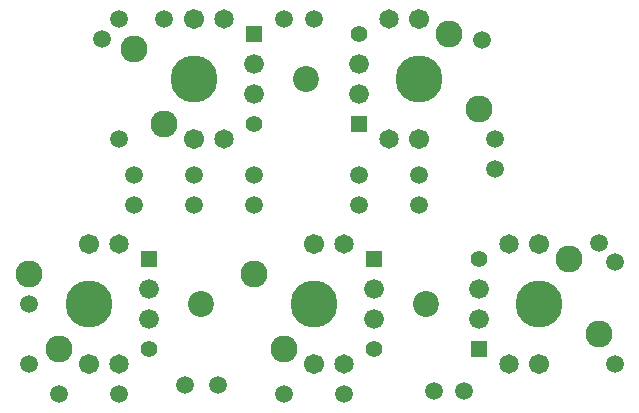
<source format=gbs>
G04 (created by PCBNEW (2013-may-18)-stable) date Sat 22 Aug 2015 11:35:59 PM EDT*
%MOIN*%
G04 Gerber Fmt 3.4, Leading zero omitted, Abs format*
%FSLAX34Y34*%
G01*
G70*
G90*
G04 APERTURE LIST*
%ADD10C,0.00590551*%
%ADD11C,0.065*%
%ADD12C,0.0590551*%
%ADD13C,0.066*%
%ADD14R,0.055X0.055*%
%ADD15C,0.055*%
%ADD16C,0.09*%
%ADD17C,0.157*%
%ADD18C,0.067*%
%ADD19C,0.0866142*%
G04 APERTURE END LIST*
G54D10*
G54D11*
X55500Y-52000D03*
X55500Y-56000D03*
X50000Y-56000D03*
X50000Y-52000D03*
X51500Y-44500D03*
X51500Y-48500D03*
X42500Y-56000D03*
X42500Y-52000D03*
X46000Y-48500D03*
X46000Y-44500D03*
G54D12*
X59050Y-56000D03*
X39500Y-56000D03*
X39500Y-54000D03*
X54000Y-56900D03*
X48000Y-57000D03*
X53000Y-56900D03*
X50000Y-57000D03*
X58500Y-51950D03*
X49000Y-44500D03*
X59050Y-52600D03*
X42500Y-44500D03*
X44000Y-44500D03*
X42500Y-48500D03*
X41950Y-45150D03*
X42500Y-57000D03*
X55050Y-49500D03*
X48000Y-44500D03*
X55050Y-48500D03*
X54600Y-45200D03*
X40500Y-57000D03*
G54D13*
X43500Y-54500D03*
X43500Y-53500D03*
X50500Y-46000D03*
X50500Y-47000D03*
X47000Y-47000D03*
X47000Y-46000D03*
X51000Y-54500D03*
X51000Y-53500D03*
X54500Y-53500D03*
X54500Y-54500D03*
G54D14*
X43500Y-52500D03*
G54D15*
X43500Y-55500D03*
G54D14*
X50500Y-48000D03*
G54D15*
X50500Y-45000D03*
G54D14*
X51000Y-52500D03*
G54D15*
X51000Y-55500D03*
G54D14*
X47000Y-45000D03*
G54D15*
X47000Y-48000D03*
G54D14*
X54500Y-55500D03*
G54D15*
X54500Y-52500D03*
G54D16*
X39500Y-53000D03*
X40500Y-55500D03*
G54D17*
X41500Y-54000D03*
G54D18*
X41500Y-56000D03*
X41500Y-52000D03*
G54D16*
X54500Y-47500D03*
X53500Y-45000D03*
G54D17*
X52500Y-46500D03*
G54D18*
X52500Y-44500D03*
X52500Y-48500D03*
G54D16*
X47000Y-53000D03*
X48000Y-55500D03*
G54D17*
X49000Y-54000D03*
G54D18*
X49000Y-56000D03*
X49000Y-52000D03*
G54D16*
X58500Y-55000D03*
X57500Y-52500D03*
G54D17*
X56500Y-54000D03*
G54D18*
X56500Y-52000D03*
X56500Y-56000D03*
G54D16*
X43000Y-45500D03*
X44000Y-48000D03*
G54D17*
X45000Y-46500D03*
G54D18*
X45000Y-48500D03*
X45000Y-44500D03*
G54D19*
X45250Y-54000D03*
X48750Y-46500D03*
X52750Y-54000D03*
G54D12*
X45800Y-56700D03*
X52500Y-50700D03*
X43000Y-49700D03*
X45000Y-49700D03*
X47000Y-49700D03*
X50500Y-49700D03*
X52500Y-49700D03*
X50500Y-50700D03*
X47000Y-50700D03*
X45000Y-50700D03*
X43000Y-50700D03*
X44700Y-56700D03*
M02*

</source>
